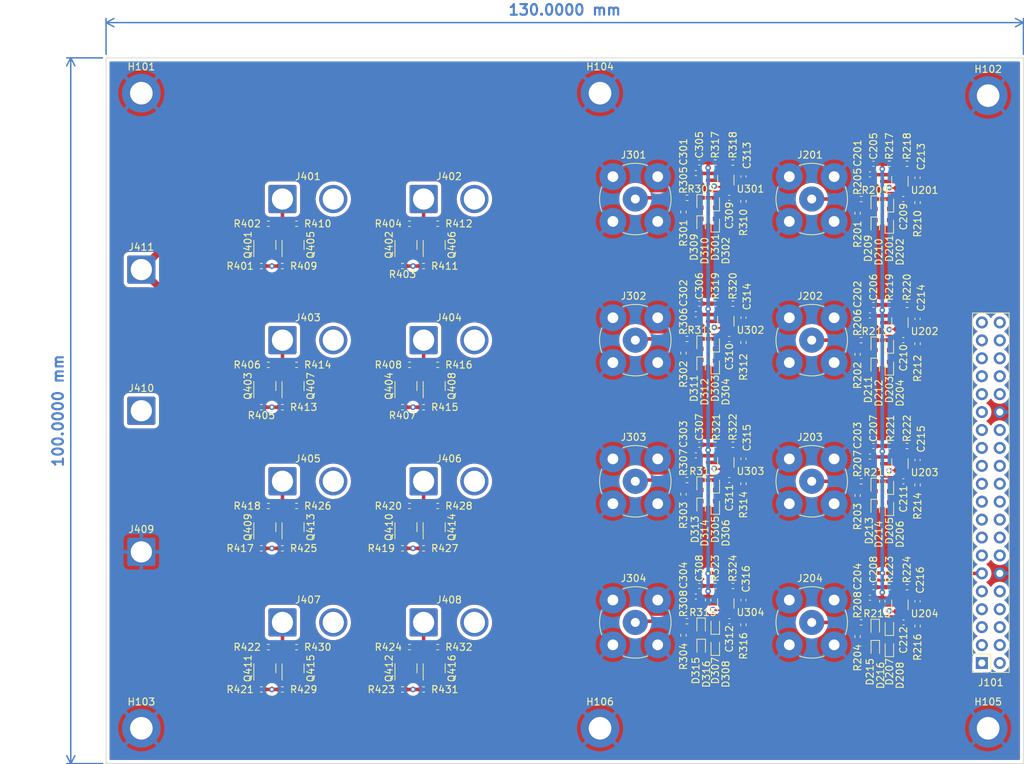
<source format=kicad_pcb>
(kicad_pcb (version 20211014) (generator pcbnew)
  (layers (0 "F.Cu" mixed) (1 "In1.Cu" signal) (2 "In2.Cu" mixed) (31 "B.Cu" mixed) (34 "B.Paste" user) (35 "F.Paste" user) (36 "B.SilkS" user "B.Silkscreen") (37 "F.SilkS" user "F.Silkscreen") (38 "B.Mask" user) (39 "F.Mask" user) (44 "Edge.Cuts" user))
  (net 0 "")
  (net 1 "GND")
  (net 2 "+5V")
  (net 3 "Net-(C209-Pad1)")
  (net 4 "Net-(C209-Pad2)")
  (net 5 "Net-(C210-Pad1)")
  (net 6 "Net-(C210-Pad2)")
  (net 7 "Net-(C211-Pad1)")
  (net 8 "Net-(C211-Pad2)")
  (net 9 "Net-(C212-Pad1)")
  (net 10 "Net-(C212-Pad2)")
  (net 11 "Net-(C213-Pad2)")
  (net 12 "Net-(C214-Pad2)")
  (net 13 "Net-(C215-Pad2)")
  (net 14 "Net-(C216-Pad2)")
  (net 15 "Net-(D201-Pad1)")
  (net 16 "Net-(D203-Pad1)")
  (net 17 "Net-(D205-Pad1)")
  (net 18 "Net-(D207-Pad1)")
  (net 19 "Net-(D209-Pad2)")
  (net 20 "Net-(D211-Pad2)")
  (net 21 "Net-(D213-Pad2)")
  (net 22 "Net-(D215-Pad2)")
  (net 23 "/IN0")
  (net 24 "/IN1")
  (net 25 "/IN2")
  (net 26 "/IN3")
  (net 31 "/OUT8")
  (net 33 "/OUT7")
  (net 35 "/OUT6")
  (net 37 "/OUT5")
  (net 39 "/OUT4")
  (net 41 "/OUT3")
  (net 43 "/OUT2")
  (net 45 "/OUT1")
  (net 47 "+3V3")
  (net 54 "Net-(J201-Pad1)")
  (net 55 "Net-(J202-Pad1)")
  (net 56 "Net-(J203-Pad1)")
  (net 57 "Net-(J204-Pad1)")
  (net 60 "Net-(C309-Pad1)")
  (net 61 "Net-(C309-Pad2)")
  (net 62 "Net-(C310-Pad1)")
  (net 63 "Net-(C310-Pad2)")
  (net 64 "Net-(C311-Pad1)")
  (net 65 "Net-(C311-Pad2)")
  (net 66 "Net-(C312-Pad1)")
  (net 67 "Net-(C312-Pad2)")
  (net 68 "Net-(C313-Pad2)")
  (net 69 "Net-(C314-Pad2)")
  (net 70 "Net-(C315-Pad2)")
  (net 71 "Net-(C316-Pad2)")
  (net 72 "Net-(D301-Pad1)")
  (net 73 "Net-(D303-Pad1)")
  (net 74 "Net-(D305-Pad1)")
  (net 75 "Net-(D307-Pad1)")
  (net 76 "Net-(D309-Pad2)")
  (net 77 "Net-(D311-Pad2)")
  (net 78 "Net-(D313-Pad2)")
  (net 79 "Net-(D315-Pad2)")
  (net 80 "Net-(J301-Pad1)")
  (net 81 "Net-(J302-Pad1)")
  (net 82 "Net-(J303-Pad1)")
  (net 83 "Net-(J304-Pad1)")
  (net 84 "/IN4")
  (net 85 "/IN5")
  (net 86 "/IN6")
  (net 87 "/IN7")
  (net 88 "Net-(J401-Pad1)")
  (net 89 "Net-(J402-Pad1)")
  (net 90 "Net-(J403-Pad1)")
  (net 91 "Net-(J404-Pad1)")
  (net 92 "Net-(J405-Pad1)")
  (net 93 "Net-(J406-Pad1)")
  (net 94 "Net-(J407-Pad1)")
  (net 95 "Net-(J408-Pad1)")
  (net 96 "Earth_Clean")
  (net 97 "VDC")
  (net 98 "Net-(Q401-Pad1)")
  (net 99 "Net-(Q402-Pad1)")
  (net 100 "Net-(Q403-Pad1)")
  (net 101 "Net-(Q404-Pad1)")
  (net 102 "Net-(Q405-Pad1)")
  (net 103 "Net-(Q406-Pad1)")
  (net 104 "Net-(Q407-Pad1)")
  (net 105 "Net-(Q408-Pad1)")
  (net 106 "Net-(Q409-Pad1)")
  (net 107 "Net-(Q410-Pad1)")
  (net 108 "Net-(Q411-Pad1)")
  (net 109 "Net-(Q412-Pad1)")
  (net 110 "Net-(Q413-Pad1)")
  (net 111 "Net-(Q414-Pad1)")
  (net 112 "Net-(Q415-Pad1)")
  (net 113 "Net-(Q416-Pad1)")
  (footprint "MountingHole:MountingHole_3.2mm_M3_ISO14580_Pad" (layer "F.Cu") (at 55 55)
    (fp_text reference "H101")
    (fp_text value "~")
  )
  (footprint "Diode_SMD:D_SOD-523" (layer "F.Cu") (at 136.335 70.525 90)
    (fp_text reference "D301")
    (fp_text value "1N4148WT")
  )
  (footprint "Resistor_SMD:R_0402_1005Metric" (layer "F.Cu") (at 74.99 79.5)
    (fp_text reference "R409")
    (fp_text value "1k")
  )
  (footprint "Connector_Wire:SolderWire-2.5sqmm_1x02_P7.2mm_D2.4mm_OD3.6mm" (layer "F.Cu") (at 95 110)
    (fp_text reference "J406")
    (fp_text value "OUT6")
  )
  (footprint "Package_TO_SOT_SMD:SOT-353_SC-70-5" (layer "F.Cu") (at 137.825 107.325 90)
    (fp_text reference "U303")
    (fp_text value "GS8743-CR")
  )
  (footprint "Resistor_SMD:R_0402_1005Metric" (layer "F.Cu") (at 72.01 119.5 180)
    (fp_text reference "R417")
    (fp_text value "1k")
  )
  (footprint "Connector_Wire:SolderWire-2.5sqmm_1x02_P7.2mm_D2.4mm_OD3.6mm" (layer "F.Cu") (at 95 70)
    (fp_text reference "J402")
    (fp_text value "OUT2")
  )
  (footprint "Capacitor_SMD:C_0402_1005Metric" (layer "F.Cu") (at 158.25 106.5)
    (fp_text reference "C203")
    (fp_text value "2µ2")
  )
  (footprint "Diode_SMD:D_SOD-523" (layer "F.Cu") (at 136.325 90.525 90)
    (fp_text reference "D303")
    (fp_text value "1N4148WT")
  )
  (footprint "Resistor_SMD:R_0402_1005Metric" (layer "F.Cu") (at 97 133.5 180)
    (fp_text reference "R432")
    (fp_text value "10k")
  )
  (footprint "Diode_SMD:D_SOD-523" (layer "F.Cu") (at 161 73.7 90)
    (fp_text reference "D202")
    (fp_text value "1N4148WT")
  )
  (footprint "Package_TO_SOT_SMD:SOT-353_SC-70-5" (layer "F.Cu") (at 137.825 127.325 90)
    (fp_text reference "U304")
    (fp_text value "GS8743-CR")
  )
  (footprint "Resistor_SMD:R_0402_1005Metric" (layer "F.Cu") (at 140.325 110.335 90)
    (fp_text reference "R314")
    (fp_text value "10k")
  )
  (footprint "Resistor_SMD:R_0402_1005Metric" (layer "F.Cu") (at 160 107 90)
    (fp_text reference "R213")
    (fp_text value "10k")
  )
  (footprint "Resistor_SMD:R_0402_1005Metric" (layer "F.Cu") (at 163.51 105 180)
    (fp_text reference "R222")
    (fp_text value "10k")
  )
  (footprint "Package_TO_SOT_SMD:SOT-23" (layer "F.Cu") (at 72.5 76.5 90)
    (fp_text reference "Q401")
    (fp_text value "BC860")
  )
  (footprint "Package_TO_SOT_SMD:SOT-23" (layer "F.Cu") (at 92.5 76.5 90)
    (fp_text reference "Q402")
    (fp_text value "BC860")
  )
  (footprint "Capacitor_SMD:C_0402_1005Metric" (layer "F.Cu") (at 158.75 85)
    (fp_text reference "C206")
    (fp_text value "100n")
  )
  (footprint "Connector_Wire:SolderWire-2.5sqmm_1x02_P7.2mm_D2.4mm_OD3.6mm" (layer "F.Cu") (at 75 130)
    (fp_text reference "J407")
    (fp_text value "OUT7")
  )
  (footprint "Connector_Wire:SolderWire-2.5sqmm_1x02_P7.2mm_D2.4mm_OD3.6mm" (layer "F.Cu") (at 95 130)
    (fp_text reference "J408")
    (fp_text value "OUT8")
  )
  (footprint "Resistor_SMD:R_0402_1005Metric" (layer "F.Cu") (at 74.99 99.5)
    (fp_text reference "R413")
    (fp_text value "1k")
  )
  (footprint "Capacitor_SMD:C_0402_1005Metric" (layer "F.Cu") (at 163.01 130)
    (fp_text reference "C212")
    (fp_text value "1p")
  )
  (footprint "Package_TO_SOT_SMD:SOT-23" (layer "F.Cu") (at 72.5 136.5 90)
    (fp_text reference "Q411")
    (fp_text value "BC860")
  )
  (footprint "Resistor_SMD:R_0402_1005Metric" (layer "F.Cu") (at 160 87 90)
    (fp_text reference "R211")
    (fp_text value "10k")
  )
  (footprint "Resistor_SMD:R_0402_1005Metric" (layer "F.Cu") (at 132.325 129.825)
    (fp_text reference "R308")
    (fp_text value "10k")
  )
  (footprint "Resistor_SMD:R_0402_1005Metric" (layer "F.Cu") (at 73 93.5 180)
    (fp_text reference "R406")
    (fp_text value "10k")
  )
  (footprint "Resistor_SMD:R_0402_1005Metric" (layer "F.Cu") (at 77 73.5 180)
    (fp_text reference "R410")
    (fp_text value "10k")
  )
  (footprint "Capacitor_SMD:C_0402_1005Metric" (layer "F.Cu") (at 138.305 69.825)
    (fp_text reference "C309")
    (fp_text value "1p")
  )
  (footprint "Resistor_SMD:R_0402_1005Metric" (layer "F.Cu") (at 93 93.5 180)
    (fp_text reference "R408")
    (fp_text value "10k")
  )
  (footprint "Resistor_SMD:R_0402_1005Metric" (layer "F.Cu") (at 138.835 84.825 180)
    (fp_text reference "R320")
    (fp_text value "10k")
  )
  (footprint "Resistor_SMD:R_0402_1005Metric" (layer "F.Cu") (at 94.99 79.5)
    (fp_text reference "R411")
    (fp_text value "1k")
  )
  (footprint "Resistor_SMD:R_0402_1005Metric" (layer "F.Cu") (at 132.335 109.825)
    (fp_text reference "R307")
    (fp_text value "10k")
  )
  (footprint "Diode_SMD:D_SOD-523" (layer "F.Cu") (at 159 110.7 -90)
    (fp_text reference "D213")
    (fp_text value "1N4148WT")
  )
  (footprint "Resistor_SMD:R_0402_1005Metric" (layer "F.Cu") (at 157 90)
    (fp_text reference "R206")
    (fp_text value "10k")
  )
  (footprint "Resistor_SMD:R_0402_1005Metric" (layer "F.Cu") (at 140.325 70.335 90)
    (fp_text reference "R310")
    (fp_text value "10k")
  )
  (footprint "Diode_SMD:D_SOD-523" (layer "F.Cu") (at 136.325 93.625 90)
    (fp_text reference "D304")
    (fp_text value "1N4148WT")
  )
  (footprint "Package_TO_SOT_SMD:SOT-23" (layer "F.Cu") (at 92.5 136.5 90)
    (fp_text reference "Q412")
    (fp_text value "BC860")
  )
  (footprint "Connector_Wire:SolderWire-2.5sqmm_1x01_D2.4mm_OD3.6mm" (layer "F.Cu") (at 55 80)
    (fp_text reference "J411")
    (fp_text value "PWR")
  )
  (footprint "Diode_SMD:D_SOD-523" (layer "F.Cu") (at 134.325 110.525 -90)
    (fp_text reference "D313")
    (fp_text value "1N4148WT")
  )
  (footprint "eurovibes:LOGO" (layer "F.Cu") (at 174 64)
    (fp_text reference "G1" hide)
    (fp_text value "LOGO" hide)
  )
  (footprint "Resistor_SMD:R_0402_1005Metric" (layer "F.Cu") (at 72.01 99.5 180)
    (fp_text reference "R405")
    (fp_text value "1k")
  )
  (footprint "Resistor_SMD:R_0402_1005Metric" (layer "F.Cu") (at 138.835 104.825 180)
    (fp_text reference "R322")
    (fp_text value "10k")
  )
  (footprint "Resistor_SMD:R_0402_1005Metric" (layer "F.Cu") (at 74.99 119.5)
    (fp_text reference "R425")
    (fp_text value "1k")
  )
  (footprint "Resistor_SMD:R_0402_1005Metric" (layer "F.Cu") (at 157.01 110)
    (fp_text reference "R207")
    (fp_text value "10k")
  )
  (footprint "Resistor_SMD:R_0402_1005Metric" (layer "F.Cu") (at 131.825 71.835 -90)
    (fp_text reference "R301")
    (fp_text value "1M")
  )
  (footprint "Diode_SMD:D_SOD-523" (layer "F.Cu") (at 159 93.7 -90)
    (fp_text reference "D212")
    (fp_text value "1N4148WT")
  )
  (footprint "Diode_SMD:D_SOD-523" (layer "F.Cu") (at 134.325 130.525 -90)
    (fp_text reference "D315")
    (fp_text value "1N4148WT")
  )
  (footprint "Resistor_SMD:R_0402_1005Metric" (layer "F.Cu") (at 136.325 64.825 180)
    (fp_text reference "R317")
    (fp_text value "10k")
  )
  (footprint "Resistor_SMD:R_0402_1005Metric" (layer "F.Cu") (at 156.5 132 -90)
    (fp_text reference "R204")
    (fp_text value "1M")
  )
  (footprint "Capacitor_SMD:C_0402_1005Metric" (layer "F.Cu") (at 165 86.98 90)
    (fp_text reference "C214")
    (fp_text value "100n")
  )
  (footprint "Resistor_SMD:R_0402_1005Metric" (layer "F.Cu") (at 136.325 104.825 180)
    (fp_text reference "R321")
    (fp_text value "10k")
  )
  (footprint "Capacitor_SMD:C_0402_1005Metric" (layer "F.Cu") (at 133.575 86.325)
    (fp_text reference "C302")
    (fp_text value "2µ2")
  )
  (footprint "Connector_Coaxial:BNC_TEConnectivity_1478204_Vertical" (layer "F.Cu") (at 125 130)
    (fp_text reference "J304")
    (fp_text value "Conn_Coaxial")
  )
  (footprint "Diode_SMD:D_SOD-523" (layer "F.Cu") (at 161 93.8 90)
    (fp_text reference "D204")
    (fp_text value "1N4148WT")
  )
  (footprint "Connector_Coaxial:BNC_TEConnectivity_1478204_Vertical" (layer "F.Cu") (at 150 130)
    (fp_text reference "J204")
    (fp_text value "Conn_Coaxial")
  )
  (footprint "Capacitor_SMD:C_0402_1005Metric" (layer "F.Cu") (at 134.075 84.825)
    (fp_text reference "C306")
    (fp_text value "100n")
  )
  (footprint "Connector_Wire:SolderWire-2.5sqmm_1x02_P7.2mm_D2.4mm_OD3.6mm" (layer "F.Cu") (at 75 70)
    (fp_text reference "J401")
    (fp_text value "OUT1")
  )
  (footprint "Diode_SMD:D_SOD-523" (layer "F.Cu") (at 136.335 133.525 90)
    (fp_text reference "D308")
    (fp_text value "1N4148WT")
  )
  (footprint "Resistor_SMD:R_0402_1005Metric" (layer "F.Cu") (at 140.325 130.335 90)
    (fp_text reference "R316")
    (fp_text value "10k")
  )
  (footprint "Resistor_SMD:R_0402_1005Metric" (layer "F.Cu") (at 77 133.5 180)
    (fp_text reference "R430")
    (fp_text value "10k")
  )
  (footprint "Resistor_SMD:R_0402_1005Metric" (layer "F.Cu") (at 92.01 79.5 180)
    (fp_text reference "R403")
    (fp_text value "1k")
  )
  (footprint "Resistor_SMD:R_0402_1005Metric" (layer "F.Cu") (at 77 93.5 180)
    (fp_text reference "R414")
    (fp_text value "10k")
  )
  (footprint "Diode_SMD:D_SOD-523" (layer "F.Cu") (at 134.325 90.525 -90)
    (fp_text reference "D311")
    (fp_text value "1N4148WT")
  )
  (footprint "Resistor_SMD:R_0402_1005Metric" (layer "F.Cu") (at 136.325 84.825 180)
    (fp_text reference "R319")
    (fp_text value "10k")
  )
  (footprint "Resistor_SMD:R_0402_1005Metric" (layer "F.Cu") (at 156.5 92.01 -90)
    (fp_text reference "R202")
    (fp_text value "1M")
  )
  (footprint "Capacitor_SMD:C_0402_1005Metric" (layer "F.Cu") (at 140.325 66.805 90)
    (fp_text reference "C313")
    (fp_text value "100n")
  )
  (footprint "Connector_Wire:SolderWire-2.5sqmm_1x02_P7.2mm_D2.4mm_OD3.6mm" (layer "F.Cu") (at 75 110)
    (fp_text reference "J405")
    (fp_text value "OUT5")
  )
  (footprint "Capacitor_SMD:C_0402_1005Metric" (layer "F.Cu") (at 162.98 90)
    (fp_text reference "C210")
    (fp_text value "1p")
  )
  (footprint "Resistor_SMD:R_0402_1005Metric" (layer "F.Cu") (at 72.01 79.5 180)
    (fp_text reference "R401")
    (fp_text value "1k")
  )
  (footprint "Resistor_SMD:R_0402_1005Metric" (layer "F.Cu") (at 93 133.5 180)
    (fp_text reference "R424")
    (fp_text value "10k")
  )
  (footprint "Capacitor_SMD:C_0402_1005Metric" (layer "F.Cu") (at 158.75 125)
    (fp_text reference "C208")
    (fp_text value "100n")
  )
  (footprint "Resistor_SMD:R_0402_1005Metric" (layer "F.Cu") (at 163.51 65 180)
    (fp_text reference "R218")
    (fp_text value "10k")
  )
  (footprint "MountingHole:MountingHole_3.2mm_M3_ISO14580_Pad" (layer "F.Cu") (at 175 55.35)
    (fp_text reference "H102")
    (fp_text value "~")
  )
  (footprint "Capacitor_SMD:C_0402_1005Metric" (layer "F.Cu") (at 158.75 105)
    (fp_text reference "C207")
    (fp_text value "100n")
  )
  (footprint "Resistor_SMD:R_0402_1005Metric" (layer "F.Cu") (at 94.99 99.5)
    (fp_text reference "R415")
    (fp_text value "1k")
  )
  (footprint "Resistor_SMD:R_0402_1005Metric" (layer "F.Cu") (at 93 113.5 180)
    (fp_text reference "R420")
    (fp_text value "10k")
  )
  (footprint "Resistor_SMD:R_0402_1005Metric" (layer "F.Cu") (at 156.5 72.01 -90)
    (fp_text reference "R201")
    (fp_text value "1M")
  )
  (footprint "Resistor_SMD:R_0402_1005Metric" (layer "F.Cu") (at 135.325 66.825 90)
    (fp_text reference "R309")
    (fp_text value "10k")
  )
  (footprint "Resistor_SMD:R_0402_1005Metric" (layer "F.Cu") (at 97 73.5 180)
    (fp_text reference "R412")
    (fp_text value "10k")
  )
  (footprint "Resistor_SMD:R_0402_1005Metric" (layer "F.Cu") (at 131.825 111.835 -90)
    (fp_text reference "R303")
    (fp_text value "1M")
  )
  (footprint "Resistor_SMD:R_0402_1005Metric" (layer "F.Cu") (at 92.01 119.5 180)
    (fp_text reference "R419")
    (fp_text value "1k")
  )
  (footprint "Resistor_SMD:R_0402_1005Metric" (layer "F.Cu") (at 73 73.5 180)
    (fp_text reference "R402")
    (fp_text value "10k")
  )
  (footprint "Resistor_SMD:R_0402_1005Metric" (layer "F.Cu") (at 135.325 126.825 90)
    (fp_text reference "R315")
    (fp_text value "10k")
  )
  (footprint "Resistor_SMD:R_0402_1005Metric" (layer "F.Cu") (at 138.835 124.825 180)
    (fp_text reference "R324")
    (fp_text value "10k")
  )
  (footprint "Capacitor_SMD:C_0402_1005Metric" (layer "F.Cu") (at 134.075 104.825)
    (fp_text reference "C307")
    (fp_text value "100n")
  )
  (footprint "Connector_Coaxial:BNC_TEConnectivity_1478204_Vertical" (layer "F.Cu") (at 125 70)
    (fp_text reference "J301")
    (fp_text value "Conn_Coaxial")
  )
  (footprint "Diode_SMD:D_SOD-523" (layer "F.Cu") (at 161.01 70.7 90)
    (fp_text reference "D201")
    (fp_text value "1N4148WT")
  )
  (footprint "Resistor_SMD:R_0402_1005Metric" (layer "F.Cu") (at 161 85 180)
    (fp_text reference "R219")
    (fp_text value "10k")
  )
  (footprint "Resistor_SMD:R_0402_1005Metric" (layer "F.Cu") (at 73 113.5 180)
    (fp_text reference "R418")
    (fp_text value "10k")
  )
  (footprint "Resistor_SMD:R_0402_1005Metric" (layer "F.Cu") (at 132.325 89.825)
    (fp_text reference "R306")
    (fp_text value "10k")
  )
  (footprint "Diode_SMD:D_SOD-523" (layer "F.Cu") (at 134.325 70.525 -90)
    (fp_text reference "D309")
    (fp_text value "1N4148WT")
  )
  (footprint "Resistor_SMD:R_0402_1005Metric" (layer "F.Cu") (at 157.01 70)
    (fp_text reference "R205")
    (fp_text value "10k")
  )
  (footprint "Capacitor_SMD:C_0402_1005Metric" (layer "F.Cu") (at 162.98 70)
    (fp_text reference "C209")
    (fp_text value "1p")
  )
  (footprint "Diode_SMD:D_SOD-523" (layer "F.Cu") (at 159 90.7 -90)
    (fp_text reference "D211")
    (fp_text value "1N4148WT")
  )
  (footprint "Capacitor_SMD:C_0402_1005Metric" (layer "F.Cu") (at 138.305 109.825)
    (fp_text reference "C311")
    (fp_text value "1p")
  )
  (footprint "Package_TO_SOT_SMD:SOT-23" (layer "F.Cu") (at 96.5 76.5 90)
    (fp_text reference "Q406")
    (fp_text value "BC850")
  )
  (footprint "Resistor_SMD:R_0402_1005Metric" (layer "F.Cu") (at 140.325 90.335 90)
    (fp_text reference "R312")
    (fp_text value "10k")
  )
  (footprint "Capacitor_SMD:C_0402_1005Metric" (layer "F.Cu") (at 133.575 106.325)
    (fp_text reference "C303")
    (fp_text value "2µ2")
  )
  (footprint "Resistor_SMD:R_0402_1005Metric" (layer "F.Cu") (at 92.01 99.5 180)
    (fp_text reference "R407")
    (fp_text value "1k")
  )
  (footprint "Resistor_SMD:R_0402_1005Metric" (layer "F.Cu") (at 94.99 119.5)
    (fp_text reference "R427")
    (fp_text value "1k")
  )
  (footprint "Connector_Wire:SolderWire-2.5sqmm_1x02_P7.2mm_D2.4mm_OD3.6mm" (layer "F.Cu") (at 75 90)
    (fp_text reference "J403")
    (fp_text value "OUT3")
  )
  (footprint "Resistor_SMD:R_0402_1005Metric" (layer "F.Cu") (at 77 113.5 180)
    (fp_text reference "R426")
    (fp_text value "10k")
  )
  (footprint "Diode_SMD:D_SOD-523" (layer "F.Cu") (at 159.01 133.7 -90)
    (fp_text reference "D216")
    (fp_text value "1N4148WT")
  )
  (footprint "Diode_SMD:D_SOD-523" (layer "F.Cu") (at 134.325 73.525 -90)
    (fp_text reference "D310")
    (fp_text value "1N4148WT")
  )
  (footprint "Diode_SMD:D_SOD-523" (layer "F.Cu") (at 161.01 113.7 90)
    (fp_text reference "D206")
    (fp_text value "1N4148WT")
  )
  (footprint "Package_TO_SOT_SMD:SOT-353_SC-70-5" (layer "F.Cu") (at 162.5 127.5 90)
    (fp_text reference "U204")
    (fp_text value "GS8743-CR")
  )
  (footprint "Resistor_SMD:R_0402_1005Metric" (layer "F.Cu") (at 94.99 139.5)
    (fp_text reference "R431")
    (fp_text value "1k")
  )
  (footprint "Resistor_SMD:R_0402_1005Metric" (layer "F.Cu") (at 135.325 106.825 90)
    (fp_text reference "R313")
    (fp_text value "10k")
  )
  (footprint "Capacitor_SMD:C_0402_1005Metric" (layer "F.Cu") (at 140.325 86.805 90)
    (fp_text reference "C314")
    (fp_text value "100n")
  )
  (footprint "Diode_SMD:D_SOD-523" (layer "F.Cu") (at 136.335 130.525 90)
    (fp_text reference "D307")
    (fp_text value "1N4148WT")
  )
  (footprint "Connector_Wire:SolderWire-2.5sqmm_1x01_D2.4mm_OD3.6mm" (layer "F.Cu") (at 55 100)
    (fp_text reference "J410")
    (fp_text value "Shield")
  )
  (footprint "Diode_SMD:D_SOD-523" (layer "F.Cu") (at 134.335 133.525 -90)
    (fp_text reference "D316")
    (fp_text value "1N4148WT")
  )
  (footprint "Resistor_SMD:R_0402_1005Metric" (layer "F.Cu") (at 131.825 131.825 -90)
    (fp_text reference "R304")
    (fp_text value "1M")
  )
  (footprint "Resistor_SMD:R_0402_1005Metric" (layer "F.Cu") (at 160 67 90)
    (fp_text reference "R209")
    (fp_text value "10k")
  )
  (footprint "Capacitor_SMD:C_0402_1005Metric" (layer "F.Cu") (at 133.575 66.325)
    (fp_text reference "C301")
    (fp_text value "2µ2")
  )
  (footprint "Diode_SMD:D_SOD-523" (layer "F.Cu") (at 134.325 113.525 -90)
    (fp_text reference "D314")
    (fp_text value "1N4148WT")
  )
  (footprint "Resistor_SMD:R_0402_1005Metric" (layer "F.Cu") (at 72.01 139.5 180)
    (fp_text reference "R421")
    (fp_text value "1k")
  )
  (footprint "Capacitor_SMD:C_0402_1005Metric" (layer "F.Cu") (at 165 127 90)
    (fp_text reference "C216")
    (fp_text value "100n")
  )
  (footprint "Resistor_SMD:R_0402_1005Metric" (layer "F.Cu") (at 161 105 180)
    (fp_text reference "R221")
    (fp_text value "10k")
  )
  (footprint "Package_TO_SOT_SMD:SOT-23" (layer "F.Cu") (at 92.5 96.5 90)
    (fp_text reference "Q404")
    (fp_text value "BC860")
  )
  (footprint "Capacitor_SMD:C_0402_1005Metric" (layer "F.Cu") (at 165 106.98 90)
    (fp_text reference "C215")
    (fp_text value "100n")
  )
  (footprint "Connector_Coaxial:BNC_TEConnectivity_1478204_Vertical" (layer "F.Cu") (at 150 90)
    (fp_text reference "J202")
    (fp_text value "Conn_Coaxial")
  )
  (footprint "Resistor_SMD:R_0402_1005Metric" (layer "F.Cu") (at 136.325 124.825 180)
    (fp_text reference "R323")
    (fp_text value "10k")
  )
  (footprint "Package_TO_SOT_SMD:SOT-23" (layer "F.Cu") (at 76.5 96.5 90)
    (fp_text reference "Q407")
    (fp_text value "BC850")
  )
  (footprint "Connector_PinSocket_2.54mm:PinSocket_2x20_P2.54mm_Vertical" (layer "F.Cu") (at 174.11 135.75 180)
    (fp_text reference "J101")
    (fp_text value "GPIO0")
  )
  (footprint "Package_TO_SOT_SMD:SOT-23" (layer "F.Cu") (at 96.5 136.5 90)
    (fp_text reference "Q416")
    (fp_text value "BC850")
  )
  (footprint "Resistor_SMD:R_0402_1005Metric" (layer "F.Cu") (at 97 93.5 180)
    (fp_text reference "R416")
    (fp_text value "10k")
  )
  (footprint "Diode_SMD:D_SOD-523" (layer "F.Cu") (at 159 73.7 -90)
    (fp_text reference "D210")
    (fp_text value "1N4148WT")
  )
  (footprint "Capacitor_SMD:C_0402_1005Metric" (layer "F.Cu") (at 158.25 66.5)
    (fp_text reference "C201")
    (fp_text value "2µ2")
  )
  (footprint "Resistor_SMD:R_0402_1005Metric" (layer "F.Cu") (at 165 130.51 90)
    (fp_text reference "R216")
    (fp_text value "10k")
  )
  (footprint "Resistor_SMD:R_0402_1005Metric" (layer "F.Cu") (at 161 125 180)
    (fp_text reference "R223")
    (fp_text value "10k")
  )
  (footprint "Capacitor_SMD:C_0402_1005Metric" (layer "F.Cu") (at 140.325 106.805 90)
    (fp_text reference "C315")
    (fp_text value "100n")
  )
  (footprint "Resistor_SMD:R_0402_1005Metric" (layer "F.Cu") (at 131.825 91.835 -90)
    (fp_text reference "R302")
    (fp_text value "1M")
  )
  (footprint "Diode_SMD:D_SOD-523" (layer "F.Cu") (at 159 130.7 -90)
    (fp_text reference "D215")
    (fp_text value "1N4148WT")
  )
  (footprint "Capacitor_SMD:C_0402_1005Metric" (layer "F.Cu") (at 140.325 126.825 90)
    (fp_text reference "C316")
    (fp_text value "100n")
  )
  (footprint "Resistor_SMD:R_0402_1005Metric" (layer "F.Cu") (at 73 133.5 180)
    (fp_text reference "R422")
    (fp_text value "10k")
  )
  (footprint "Resistor_SMD:R_0402_1005Metric" (layer "F.Cu") (at 163.51 85 180)
    (fp_text reference "R220")
    (fp_text value "10k")
  )
  (footprint "Capacitor_SMD:C_0402_1005Metric" (layer "F.Cu") (at 158.25 86.5)
    (fp_text reference "C202")
    (fp_text value "2µ2")
  )
  (footprint "Resistor_SMD:R_0402_1005Metric" (layer "F.Cu") (at 97 113.5 180)
    (fp_text reference "R428")
    (fp_text value "10k")
  )
  (footprint "Package_TO_SOT_SMD:SOT-23" (layer "F.Cu") (at 72.5 116.5 90)
    (fp_text reference "Q409")
    (fp_text value "BC860")
  )
  (footprint "Package_TO_SOT_SMD:SOT-353_SC-70-5" (layer "F.Cu") (at 162.5 67.5 90)
    (fp_text reference "U201")
    (fp_text value "GS8743-CR")
  )
  (footprint "MountingHole:MountingHole_3.2mm_M3_ISO14580_Pad" (layer "F.Cu") (at 175 145)
    (fp_text reference "H105")
    (fp_text value "~")
  )
  (footprint "Capacitor_SMD:C_0402_1005Metric" (layer "F.Cu") (at 138.335 129.825)
    (fp_text reference "C312")
    (fp_text value "1p")
  )
  (footprint "Package_TO_SOT_SMD:SOT-23" (layer "F.Cu") (at 72.5 96.5 90)
    (fp_text reference "Q403")
    (fp_text value "BC860")
  )
  (footprint "Resistor_SMD:R_0402_1005Metric" (layer "F.Cu") (at 157 130)
    (fp_text reference "R208")
    (fp_text value "10k")
  )
  (footprint "Diode_SMD:D_SOD-523" (layer "F.Cu") (at 134.325 93.525 -90)
    (fp_text reference "D312")
    (fp_text value "1N4148WT")
  )
  (footprint "MountingHole:MountingHole_3.2mm_M3_ISO14580_Pad" (layer "F.Cu") (at 120 145)
    (fp_text reference "H106")
    (fp_text value "~")
  )
  (footprint "Package_TO_SOT_SMD:SOT-23" (layer "F.Cu") (at 76.5 116.5 90)
    (fp_text reference "Q413")
    (fp_text value "BC850")
  )
  (footprint "Connector_Wire:SolderWire-2.5sqmm_1x02_P7.2mm_D2.4mm_OD3.6mm" (layer "F.Cu") (at 95 90)
    (fp_text reference "J404")
    (fp_text value "OUT4")
  )
  (footprint "Diode_SMD:D_SOD-523" (layer "F.Cu") (at 161 90.7 90)
    (fp_text reference "D203")
    (fp_text value "1N4148WT")
  )
  (footprint "Capacitor_SMD:C_0402_1005Metric" (layer "F.Cu") (at 162.98 110)
    (fp_text reference "C211")
    (fp_text value "1p")
  )
  (footprint "Connector_Coaxial:BNC_TEConnectivity_1478204_Vertical" (layer "F.Cu") (at 125 90)
    (fp_text reference "J302")
    (fp_text value "Conn_Coaxial")
  )
  (footprint "Package_TO_SOT_SMD:SOT-23" (layer "F.Cu") (at 76.5 136.5 90)
    (fp_text reference "Q415")
    (fp_text value "BC850")
  )
  (footprint "Resistor_SMD:R_0402_1005Metric" (layer "F.Cu") (at 93 73.5 180)
    (fp_text reference "R404")
    (fp_text value "10k")
  )
  (footprint "Package_TO_SOT_SMD:SOT-353_SC-70-5" (layer "F.Cu") (at 162.5 87.5 90)
    (fp_text reference "U202")
    (fp_text value "GS8743-CR")
  )
  (footprint "Package_TO_SOT_SMD:SOT-23" (layer "F.Cu") (at 96.5 96.5 90)
    (fp_text reference "Q408")
    (fp_text value "BC850")
  )
  (footprint "Resistor_SMD:R_0402_1005Metric" (layer "F.Cu") (at 161 65 180)
    (fp_text reference "R217")
    (fp_text value "10k")
  )
  (footprint "Resistor_SMD:R_0402_1005Metric" (layer "F.Cu") (at 135.325 86.825 90)
    (fp_text reference "R311")
    (fp_text value "10k")
  )
  (footprint "Capacitor_SMD:C_0402_1005Metric" (layer "F.Cu") (at 134.075 124.825)
    (fp_text reference "C308")
    (fp_text value "100n")
  )
  (footprint "Package_TO_SOT_SMD:SOT-353_SC-70-5" (layer "F.Cu") (at 137.825 87.325 90)
    (fp_text reference "U302")
    (fp_text value "GS8743-CR")
  )
  (footprint "Package_TO_SOT_SMD:SOT-23" (layer "F.Cu") (at 76.5 76.5 90)
    (fp_text reference "Q405")
    (fp_text value "BC850")
  )
  (footprint "Resistor_SMD:R_0402_1005Metric" (layer "F.Cu") (at 92.01 139.5 180)
    (fp_text reference "R423")
    (fp_text value "1k")
  )
  (footprint "Diode_SMD:D_SOD-523" (layer "F.Cu") (at 136.335 113.525 90)
    (fp_text reference "D306")
    (fp_text value "1N4148WT")
  )
  (footprint "Capacitor_SMD:C_0402_1005Metric" (layer "F.Cu") (at 138.305 89.825)
    (fp_text reference "C310")
    (fp_text value "1p")
  )
  (footprint "Connector_Coaxial:BNC_TEConnectivity_1478204_Vertical" (layer "F.Cu") (at 125 110)
    (fp_text reference "J303")
    (fp_text value "Conn_Coaxial")
  )
  (footprint "Resistor_SMD:R_0402_1005Metric" (layer "F.Cu") (at 132.335 69.825)
    (fp_text reference "R305")
    (fp_text value "10k")
  )
  (footprint "Resistor_SMD:R_0402_1005Metric" (layer "F.Cu") (at 138.835 64.825 180)
    (fp_text reference "R318")
    (fp_text value "10k")
  )
  (footprint "Connector_Coaxial:BNC_TEConnectivity_1478204_Vertical" (layer "F.Cu") (at 150 70)
    (fp_text reference "J201")
    (fp_text value "Conn_Coaxial")
  )
  (footprint "Capacitor_SMD:C_0402_1005Metric" (layer "F.Cu") (at 133.575 126.325)
    (fp_text reference "C304")
    (fp_text value "2µ2")
  )
  (footprint "Connector_Coaxial:BNC_TEConnectivity_1478204_Vertical" (layer "F.Cu") (at 150 110)
    (fp_text reference "J203")
    (fp_text value "Conn_Coaxial")
  )
  (footprint "Diode_SMD:D_SOD-523" (layer "F.Cu") (at 136.325 73.525 90)
    (fp_text reference "D302")
    (fp_text value "1N4148WT")
  )
  (footprint "MountingHole:MountingHole_3.2mm_M3_ISO14580_Pad" (layer "F.Cu") (at 120 55)
    (fp_text reference "H104")
    (fp_text value "~")
  )
  (footprint "Resistor_SMD:R_0402_1005Metric" (layer "F.Cu") (at 165 90.51 90)
    (fp_text reference "R212")
    (fp_text value "10k")
  )
  (footprint "Capacitor_SMD:C_0402_1005Metric" (layer "F.Cu") (at 134.075 64.825)
    (fp_text reference "C305")
    (fp_text value "100n")
  )
  (footprint "Package_TO_SOT_SMD:SOT-353_SC-70-5" (layer "F.Cu") (at 162.5 107.5 90)
    (fp_text reference "U203")
    (fp_text value "GS8743-CR")
  )
  (footprint "Diode_SMD:D_SOD-523" (layer "F.Cu") (at 159 113.7 -90)
    (fp_text reference "D214")
    (fp_text value "1N4148WT")
  )
  (footprint "Diode_SMD:D_SOD-523" (layer "F.Cu") (at 159 70.7 -90)
    (fp_text reference "D209")
    (fp_text value "1N4148WT")
  )
  (footprint "Resistor_SMD:R_0402_1005Metric" (layer "F.Cu") (at 165 70.51 90)
    (fp_text reference "R210")
    (fp_text value "10k")
  )
  (footprint "Package_TO_SOT_SMD:SOT-353_SC-70-5" (layer "F.Cu") (at 137.825 67.325 90)
    (fp_text reference "U301")
    (fp_text value "GS8743-CR")
  )
  (footprint "Capacitor_SMD:C_0402_1005Metric" (layer "F.Cu") (at 158.25 126.5)
    (fp_text reference "C204")
    (fp_text value "2µ2")
  )
  (footprint "Capacitor_SMD:C_0402_1005Metric" (layer "F.Cu") (at 158.75 65)
    (fp_text reference "C205")
    (fp_text value "100n")
  )
  (footprint "Package_TO_SOT_SMD:SOT-23" (layer "F.Cu") (at 96.5 116.5 90)
    (fp_text reference "Q414")
    (fp_text value "BC850")
  )
  (footprint "Capacitor_SMD:C_0402_1005Metric" (layer "F.Cu") (at 165 66.98 90)
    (fp_text reference "C213")
    (fp_text value "100n")
  )
  (footprint "Diode_SMD:D_SOD-523" (layer "F.Cu") (at 136.335 110.525 90)
    (fp_text reference "D305")
    (fp_text value "1N4148WT")
  )
  (footprint "Resistor_SMD:R_0402_1005Metric" (layer "F.Cu") (at 156.5 112.01 -90)
    (fp_text reference "R203")
    (fp_text value "1M")
  )
  (footprint "Diode_SMD:D_SOD-523" (layer "F.Cu") (at 161.01 130.7 90)
    (fp_text reference "D207")
    (fp_text value "1N4148WT")
  )
  (footprint "Resistor_SMD:R_0402_1005Metric" (layer "F.Cu") (at 163.51 125 180)
    (fp_text reference "R224")
    (fp_text value "10k")
  )
  (footprint "Connector_Wire:SolderWire-2.5sqmm_1x01_D2.4mm_OD3.6mm" (layer "F.Cu") (at 55 120)
    (fp_text reference "J409")
    (fp_text value "GND")
  )
  (footprint "Resistor_SMD:R_0402_1005Metric" (layer "F.Cu") (at 160 127 90)
    (fp_text reference "R215")
    (fp_text value "10k")
  )
  (footprint "Diode_SMD:D_SOD-523" (layer "F.Cu") (at 161.01 110.7 90)
    (fp_text reference "D205")
    (fp_text value "1N4148WT")
  )
  (footprint "Diode_SMD:D_SOD-523" (layer "F.Cu") (at 161.01 133.7 90)
    (fp_text reference "D208")
    (fp_text value "1N4148WT")
  )
  (footprint "MountingHole:MountingHole_3.2mm_M3_ISO14580_Pad" (layer "F.Cu") (at 55 145)
    (fp_text reference "H103")
    (fp_text value "~")
  )
  (footprint "Resistor_SMD:R_0402_1005Metric" (layer "F.Cu") (at 74.99 139.5)
    (fp_text reference "R429")
    (fp_text value "1k")
  )
  (footprint "Package_TO_SOT_SMD:SOT-23" (layer "F.Cu") (at 92.5 116.5 90)
    (fp_text reference "Q410")
    (fp_text value "BC860")
  )
  (footprint "Resistor_SMD:R_0402_1005Metric" (layer "F.Cu") (at 165 110.51 90)
    (fp_text reference "R214")
    (fp_text value "10k")
  )
  (gr_line (start 50 150) (end 180 150) (layer "Edge.Cuts") (width 0.1))
  (gr_line (start 180 50) (end 50 50) (layer "Edge.Cuts") (width 0.1))
  (gr_line (start 50 50) (end 50 150) (layer "Edge.Cuts") (width 0.1))
  (gr_line (start 180 150) (end 180 50) (layer "Edge.Cuts") (width 0.1))
  (gr_text "DE0-nano-SoC Latencybox\nv0.1" (at 147 54) (layer "F.Cu") (effects (font (size 1.5 1.5) (thickness 0.3))))
  (dimension (type aligned) (layer "B.Cu") (pts (xy 50 50) (xy 180 50)) (height -5) (gr_text "130,0000 mm" (at 115 43.2) (layer "B.Cu") (effects (font (size 1.5 1.5) (thickness 0.3)))) (format (units 3) (units_format 1) (precision 4)) (style (thickness 0.2) (arrow_length 1.27) (text_position_mode 0) (extension_height 0.58642) (extension_offset 0.5) keep_text_aligned))
  (dimension (type aligned) (layer "B.Cu") (pts (xy 50 150) (xy 50 50)) (height -5) (gr_text "100,0000 mm" (at 43.2 100 90) (layer "B.Cu") (effects (font (size 1.5 1.5) (thickness 0.3)))) (format (units 3) (units_format 1) (precision 4)) (style (thickness 0.2) (arrow_length 1.27) (text_position_mode 0) (extension_height 0.58642) (extension_offset 0.5) keep_text_aligned))
  (segment (start 160.099511 129.099511) (end 157.77 126.77) (width 0.25) (layer "F.Cu") (net 1))
  (segment (start 137.49452 89.18048) (end 135.94355 89.18048) (width 0.25) (layer "F.Cu") (net 1))
  (segment (start 133.095 126.595) (end 133.095 126.325) (width 0.25) (layer "F.Cu") (net 1))
  (segment (start 162.425489 129.099511) (end 160.099511 129.099511) (width 0.25) (layer "F.Cu") (net 1))
  (segment (start 137.825 128.275) (end 137.825 128.85) (width 0.25) (layer "F.Cu") (net 1))
  (segment (start 157.77 86.50693) (end 157.77 86.5) (width 0.25) (layer "F.Cu") (net 1))
  (segment (start 137.825 108.275) (end 137.825 108.85) (width 0.25) (layer "F.Cu") (net 1))
  (segment (start 162.5 109.025) (end 162.149511 109.375489) (width 0.25) (layer "F.Cu") (net 1))
  (segment (start 159.875489 109.375489) (end 157.77 107.27) (width 0.25) (layer "F.Cu") (net 1))
  (segment (start 137.825 88.85) (end 137.49452 89.18048) (width 0.25) (layer "F.Cu") (net 1))
  (segment (start 162.149511 109.375489) (end 159.875489 109.375489) (width 0.25) (layer "F.Cu") (net 1))
  (segment (start 137.750489 68.924511) (end 135.687581 68.924511) (width 0.25) (layer "F.Cu") (net 1))
  (segment (start 160.362581 69.099511) (end 157.77 66.50693) (width 0.25) (layer "F.Cu") (net 1))
  (segment (start 137.825 108.85) (end 137.474511 109.200489) (width 0.25) (layer "F.Cu") (net 1))
  (segment (start 133.095 107.095) (end 133.095 106.325) (width 0.25) (layer "F.Cu") (net 1))
  (segment (start 135.424511 128.924511) (end 133.095 126.595) (width 0.25) (layer "F.Cu") (net 1))
  (segment (start 162.16952 89.35548) (end 160.61855 89.35548) (width 0.25) (layer "F.Cu") (net 1))
  (segment (start 157.77 126.77) (end 157.77 126.5) (width 0.25) (layer "F.Cu") (net 1))
  (segment (start 137.825 68.85) (end 137.750489 68.924511) (width 0.25) (layer "F.Cu") (net 1))
  (segment (start 137.825 88.275) (end 137.825 88.85) (width 0.25) (layer "F.Cu") (net 1))
  (segment (start 160.61855 89.35548) (end 157.77 86.50693) (width 0.25) (layer "F.Cu") (net 1))
  (segment (start 162.5 88.45) (end 162.5 89.025) (width 0.25) (layer "F.Cu") (net 1))
  (segment (start 162.5 89.025) (end 162.16952 89.35548) (width 0.25) (layer "F.Cu") (net 1))
  (segment (start 135.687581 68.924511) (end 133.095 66.33193) (width 0.25) (layer "F.Cu") (net 1))
  (segment (start 162.5 128.45) (end 162.5 129.025) (width 0.25) (layer "F.Cu") (net 1))
  (segment (start 162.5 108.45) (end 162.5 109.025) (width 0.25) (layer "F.Cu") (net 1))
  (segment (start 135.94355 89.18048) (end 133.095 86.33193) (width 0.25) (layer "F.Cu") (net 1))
  (segment (start 162.5 69.025) (end 162.425489 69.099511) (width 0.25) (layer "F.Cu") (net 1))
  (segment (start 157.77 66.50693) (end 157.77 66.5) (width 0.25) (layer "F.Cu") (net 1))
  (segment (start 162.425489 69.099511) (end 160.362581 69.099511) (width 0.25) (layer "F.Cu") (net 1))
  (segment (start 162.5 129.025) (end 162.425489 129.099511) (width 0.25) (layer "F.Cu") (net 1))
  (segment (start 137.750489 128.924511) (end 135.424511 128.924511) (width 0.25) (layer "F.Cu") (net 1))
  (segment (start 137.825 68.275) (end 137.825 68.85) (width 0.25) (layer "F.Cu") (net 1))
  (segment (start 162.5 68.45) (end 162.5 69.025) (width 0.25) (layer "F.Cu") (net 1))
  (segment (start 157.77 107.27) (end 157.77 106.5) (width 0.25) (layer "F.Cu") (net 1))
  (segment (start 137.825 128.85) (end 137.750489 128.924511) (width 0.25) (layer "F.Cu") (net 1))
  (segment (start 135.200489 109.200489) (end 133.095 107.095) (width 0.25) (layer "F.Cu") (net 1))
  (segment (start 133.095 66.33193) (end 133.095 66.325) (width 0.25) (layer "F.Cu") (net 1))
  (segment (start 133.095 86.33193) (end 133.095 86.325) (width 0.25) (layer "F.Cu") (net 1))
  (segment (start 137.474511 109.200489) (end 135.200489 109.200489) (width 0.25) (layer "F.Cu") (net 1))
  (segment (start 134.105 106.375) (end 134.055 106.325) (width 0.5) (layer "F.Cu") (net 2))
  (segment (start 160 126.49) (end 158.74 126.49) (width 0.5) (layer "F.Cu") (net 2))
  (segment (start 160 65.75) (end 160 65) (width 0.5) (layer "F.Cu") (net 2))
  (segment (start 160.05 123.05) (end 160 123) (width 0.5) (layer "F.Cu") (net 2))
  (segment (start 160 105.75) (end 160 105) (width 0.5) (layer "F.Cu") (net 2))
  (segment (start 160 85.75) (end 160 85) (width 0.5) (layer "F.Cu") (net 2))
  (segment (start 135.325 126.315) (end 134.065 126.315) (width 0.5) (layer "F.Cu") (net 2))
  (segment (start 161.85 126.55) (end 160.06 126.55) (width 0.5) (layer "F.Cu") (net 2))
  (segment (start 135.325 65.575) (end 135.325 64.825) (width 0.5) (layer "F.Cu") (net 2))
  (segment (start 158.78 106.55) (end 158.73 106.5) (width 0.5) (layer "F.Cu") (net 2))
  (segment (start 137.175 106.375) (end 134.105 106.375) (width 0.5) (layer "F.Cu") (net 2))
  (segment (start 159.23 85) (end 160 85) (width 0.5) (layer "F.Cu") (net 2))
  (segment (start 137.175 86.375) (end 134.105 86.375) (width 0.5) (layer "F.Cu") (net 2))
  (segment (start 158.78 66.55) (end 158.73 66.5) (width 0.5) (layer "F.Cu") (net 2))
  (segment (start 137.175 126.375) (end 135.385 126.375) (width 0.5) (layer "F.Cu") (net 2))
  (segment (start 174.11 123.05) (end 160.05 123.05) (width 0.5) (layer "F.Cu") (net 2))
  (segment (start 160 86.49) (end 160 85.75) (width 0.5) (layer "F.Cu") (net 2))
  (segment (start 161.85 106.55) (end 158.78 106.55) (width 0.5) (layer "F.Cu") (net 2))
  (segment (start 134.065 126.315) (end 134.055 126.325) (width 0.5) (layer "F.Cu") (net 2))
  (segment (start 135.4 123) (end 135.325 123.075) (width 0.5) (layer "F.Cu") (net 2))
  (segment (start 161.85 86.55) (end 158.78 86.55) (width 0.5) (layer "F.Cu") (net 2))
  (segment (start 135.325 85.575) (end 135.325 84.825) (width 0.5) (layer "F.Cu") (net 2))
  (segment (start 134.555 64.825) (end 135.325 64.825) (width 0.5) (layer "F.Cu") (net 2))
  (segment (start 135.325 105.575) (end 135.325 104.825) (width 0.5) (layer "F.Cu") (net 2))
  (segment (start 160.49 105) (end 160 105) (width 0.5) (layer "F.Cu") (net 2))
  (segment (start 158.78 86.55) (end 158.73 86.5) (width 0.5) (layer "F.Cu") (net 2))
  (segment (start 134.105 66.375) (end 134.055 66.325) (width 0.5) (layer "F.Cu") (net 2))
  (segment (start 160 85) (end 160.49 85) (width 0.5) (layer "F.Cu") (net 2))
  (segment (start 158.74 126.49) (end 158.73 126.5) (width 0.5) (layer "F.Cu") (net 2))
  (segment (start 160 123) (end 135.4 123) (width 0.5) (layer "F.Cu") (net 2))
  (segment (start 134.105 86.375) (end 134.055 86.325) (width 0.5) (layer "F.Cu") (net 2))
  (segment (start 160.06 126.55) (end 160 126.49) (width 0.5) (layer "F.Cu") (net 2))
  (segment (start 135.325 104.825) (end 134.555 104.825) (width 0.5) (layer "F.Cu") (net 2))
  (segment (start 135.325 106.315) (end 135.325 105.575) (width 0.5) (layer "F.Cu") (net 2))
  (segment (start 135.815 104.825) (end 135.325 104.825) (width 0.5) (layer "F.Cu") (net 2))
  (segment (start 160.49 125) (end 160 125) (width 0.5) (layer "F.Cu") (net 2))
  (segment (start 159.23 65) (end 160 65) (width 0.5) (layer "F.Cu") (net 2))
  (segment (start 160 126.49) (end 160 125) (width 0.5) (layer "F.Cu") (net 2))
  (segment (start 135.325 84.825) (end 135.815 84.825) (width 0.5) (layer "F.Cu") (net 2))
  (segment (start 160 66.49) (end 160 65.75) (width 0.5) (layer "F.Cu") (net 2))
  (segment (start 135.325 66.315) (end 135.325 65.575) (width 0.5) (layer "F.Cu") (net 2))
  (segment (start 135.815 124.825) (end 135.325 124.825) (width 0.5) (layer "F.Cu") (net 2))
  (segment (start 137.175 66.375) (end 134.105 66.375) (width 0.5) (layer "F.Cu") (net 2))
  (segment (start 134.555 84.825) (end 135.325 84.825) (width 0.5) (layer "F.Cu") (net 2))
  (segment (start 160 106.49) (end 160 105.75) (width 0.5) (layer "F.Cu") (net 2))
  (segment (start 160 105) (end 159.23 105) (width 0.5) (layer "F.Cu") (net 2))
  (segment (start 160 125) (end 159.23 125) (width 0.5) (layer "F.Cu") (net 2))
  (segment (start 161.85 66.55) (end 158.78 66.55) (width 0.5) (layer "F.Cu") (net 2))
  (segment (start 135.325 64.825) (end 135.815 64.825) (width 0.5) (layer "F.Cu") (net 2))
  (segment (start 135.325 126.315) (end 135.325 124.825) (width 0.5) (layer "F.Cu") (net 2))
  (segment (start 135.325 86.315) (end 135.325 85.575) (width 0.5) (layer "F.Cu") (net 2))
  (segment (start 135.385 126.375) (end 135.325 126.315) (width 0.5) (layer "F.Cu") (net 2))
  (segment (start 160 65) (end 160.49 65) (width 0.5) (layer "F.Cu") (net 2))
  (segment (start 135.325 124.825) (end 134.555 124.825) (width 0.5) (layer "F.Cu") (net 2))
  (via (at 160 123) (size 0.8) (drill 0.4) (layers "F.Cu" "B.Cu") (net 2))
  (via (at 160 65.75) (size 0.8) (drill 0.4) (layers "F.Cu" "B.Cu") (net 2))
  (via (at 135.325 105.575) (size 0.8) (drill 0.4) (layers "F.Cu" "B.Cu") (net 2))
  (via (at 135.325 125.575) (size 0.8) (drill 0.4) (layers "F.Cu" "B.Cu") (net 2))
  (via (at 135.325 123.075) (size 0.8) (drill 0.4) (layers "F.Cu" "B.Cu") (net 2))
  (via (at 135.325 65.575) (size 0.8) (drill 0.4) (layers "F.Cu" "B.Cu") (net 2))
  (via (at 160 85.75) (size 0.8) (drill 0.4) (layers "F.Cu" "B.Cu") (net 2))
  (via (at 135.325 85.575) (size 0.8) (drill 0.4) (layers "F.Cu" "B.Cu") (net 2))
  (via (at 160 125.75) (size 0.8) (drill 0.4) (layers "F.Cu" "B.Cu") (net 2))
  (via (at 160 105.75) (size 0.8) (drill 0.4) (layers "F.Cu" "B.Cu") (net 2))
  (segment (start 160 123) (end 160 105.75) (width 0.5) (layer "B.Cu") (net 2))
  (segment (start 160 125.75) (end 160 123) (width 0.5) (layer "B.Cu") (net 2))
  (segment (start 135.325 125.575) (end 135.325 123.075) (width 0.5) (layer "B.Cu") (net 2))
  (segment (start 135.325 105.575) (end 135.325 85.575) (width 0.5) (layer "B.Cu") (net 2))
  (segment (start 160 85.75) (end 160 65.75) (width 0.5) (layer "B.Cu") (net 2))
  (segment (start 160 105.75) (end 160 85.75) (width 0.5) (layer "B.Cu") (net 2))
  (segment (start 135.325 85.575) (end 135.325 65.575) (width 0.5) (layer "B.Cu") (net 2))
  (segment (start 135.325 123.075) (end 135.325 105.575) (width 0.5) (layer "B.Cu") (net 2))
  (segment (start 159 70) (end 161.01 70) (width 0.5) (layer "F.Cu") (net 3))
  (segment (start 161.01 70) (end 162.5 70) (width 0.5) (layer "F.Cu") (net 3))
  (segment (start 157.52 70) (end 159 70) (width 0.5) (layer "F.Cu") (net 3))
  (segment (start 162.984022 67.51) (end 163.15 67.675978) (width 0.5) (layer "F.Cu") (net 4))
  (segment (start 163.46 68.76) (end 163.15 68.45) (width 0.5) (layer "F.Cu") (net 4))
  (segment (start 163.46 70) (end 163.46 68.76) (width 0.5) (layer "F.Cu") (net 4))
  (segment (start 163.15 67.675978) (end 163.15 68.45) (width 0.5) (layer "F.Cu") (net 4))
  (segment (start 160 67.51) (end 162.984022 67.51) (width 0.5) (layer "F.Cu") (net 4))
  (segment (start 165 70) (end 163.46 70) (width 0.5) (layer "F.Cu") (net 4))
  (segment (start 157.51 90) (end 159 90) (width 0.5) (layer "F.Cu") (net 5))
  (segment (start 161 90) (end 162.5 90) (width 0.5) (layer "F.Cu") (net 5))
  (segment (start 159 90) (end 161 90) (width 0.5) (layer "F.Cu") (net 5))
  (segment (start 163.46 88.76) (end 163.15 88.45) (width 0.5) (layer "F.Cu") (net 6))
  (segment (start 165 90) (end 163.46 90) (width 0.5) (layer "F.Cu") (net 6))
  (segment (start 163.46 90) (end 163.46 88.76) (width 0.5) (layer "F.Cu") (net 6))
  (segment (start 163.035 87.51) (end 163.15 87.625) (width 0.5) (layer "F.Cu") (net 6))
  (segment (start 163.15 87.625) (end 163.15 88.45) (width 0.5) (layer "F.Cu") (net 6))
  (segment (start 160 87.51) (end 163.035 87.51) (width 0.5) (layer "F.Cu") (net 6))
  (segment (start 161.01 110) (end 162.5 110) (width 0.5) (layer "F.Cu") (net 7))
  (segment (start 157.52 110) (end 159 110) (width 0.5) (layer "F.Cu") (net 7))
  (segment (start 159 110) (end 161.01 110) (width 0.5) (layer "F.Cu") (net 7))
  (segment (start 163.46 110) (end 163.46 108.76) (width 0.5) (layer "F.Cu") (net 8))
  (segment (start 163.46 108.76) (end 163.15 108.45) (width 0.5) (layer "F.Cu") (net 8))
  (segment (start 160 107.51) (end 162.984022 107.51) (width 0.5) (layer "F.Cu") (net 8))
  (segment (start 162.984022 107.51) (end 163.15 107.675978) (width 0.5) (layer "F.Cu") (net 8))
  (segment (start 165 110) (end 163.46 110) (width 0.5) (layer "F.Cu") (net 8))
  (segment (start 163.15 107.675978) (end 163.15 108.45) (width 0.5) (layer "F.Cu") (net 8))
  (segment (start 159 130) (end 161.01 130) (width 0.5) (layer "F.Cu") (net 9))
  (segment (start 157.51 130) (end 159 130) (width 0.5) (layer "F.Cu") (net 9))
  (segment (start 161.01 130) (end 162.53 130) (width 0.5) (layer "F.Cu") (net 9))
  (segment (start 163.49 128.79) (end 163.15 128.45) (width 0.5) (layer "F.Cu") (net 10))
  (segment (start 162.984022 127.51) (end 163.15 127.675978) (width 0.5) (layer "F.Cu") (net 10))
  (segment (start 163.49 130) (end 165 130) (width 0.5) (layer "F.Cu") (net 10))
  (segment (start 163.15 127.675978) (end 163.15 128.45) (width 0.5) (layer "F.Cu") (net 10))
  (segment (start 163.49 130) (end 163.49 128.79) (width 0.5) (layer "F.Cu") (net 10))
  (segment (start 160 127.51) (end 162.984022 127.51) (width 0.5) (layer "F.Cu") (net 10))
  (segment (start 161.51 65) (end 163 65) (width 0.5) (layer "F.Cu") (net 11))
  (segment (start 163 65) (end 163 66.4) (width 0.5) (layer "F.Cu") (net 11))
  (segment (start 163 66.4) (end 163.15 66.55) (width 0.5) (layer "F.Cu") (net 11))
  (segment (start 165 66.5) (end 163.2 66.5) (width 0.5) (layer "F.Cu") (net 11))
  (segment (start 163.2 66.5) (end 163.15 66.55) (width 0.5) (layer "F.Cu") (net 11))
  (segment (start 163 85) (end 163 86.4) (width 0.5) (layer "F.Cu") (net 12))
  (segment (start 163 86.4) (end 163.15 86.55) (width 0.5) (layer "F.Cu") (net 12))
  (segment (start 165 86.5) (end 163.2 86.5) (width 0.5) (layer "F.Cu") (net 12))
  (segment (start 161.51 85) (end 163 85) (width 0.5) (layer "F.Cu") (net 12))
  (segment (start 163.2 86.5) (end 163.15 86.55) (width 0.5) (layer "F.Cu") (net 12))
  (segment (start 163 106.3) (end 163.2 106.5) (width 0.5) (layer "F.Cu") (net 13))
  (segment (start 163 105) (end 163 106.3) (width 0.5) (layer "F.Cu") (net 13))
  (segment (start 163.2 106.5) (end 163.15 106.55) (width 0.5) (layer "F.Cu") (net 13))
  (segment (start 165 106.5) (end 163.2 106.5) (width 0.5) (layer "F.Cu") (net 13))
  (segment (start 161.51 105) (end 163 105) (width 0.5) (layer "F.Cu") (net 13))
  (segment (start 163 126.4) (end 163.15 126.55) (width 0.5) (layer "F.Cu") (net 14))
  (segment (start 164.97 126.55) (end 165 126.52) (width 0.5) (layer "F.Cu") (net 14))
  (segment (start 161.51 125) (end 163 125) (width 0.5) (layer "F.Cu") (net 14))
  (segment (start 163.15 126.55) (end 164.97 126.55) (width 0.5) (layer "F.Cu") (net 14))
  (segment (start 163 125) (end 163 126.4) (width 0.5) (layer "F.Cu") (net 14))
  (segment (start 161.01 71.4) (end 161.01 72.99) (width 0.5) (layer "F.Cu") (net 15))
  (segment (start 161.01 72.99) (end 161 73) (width 0.5) (layer "F.Cu") (net 15))
  (segment (start 161 91.4) (end 161 93.1) (width 0.5) (layer "F.Cu") (net 16))
  (segment (start 161.01 111.4) (end 161.01 113) (width 0.5) (layer "F.Cu") (net 17))
  (segment (start 161.01 131.4) (end 161.01 133) (width 0.5) (layer "F.Cu") (net 18))
  (segment (start 159 71.4) (end 159 73) (width 0.5) (layer "F.Cu") (net 19))
  (segment (start 159 91.4) (end 159 93) (width 0.5) (layer "F.Cu") (net 20))
  (segment (start 159 111.4) (end 159 113) (width 0.5) (layer "F.Cu") (net 21))
  (segment (start 159 132.99) (end 159.01 133) (width 0.5) (layer "F.Cu") (net 22))
  (segment (start 159 131.4) (end 159 132.99) (width 0.5) (layer "F.Cu") (net 22))
  (segment (start 161.074989 68.45) (end 161 68.375011) (width 0.25) (layer "F.Cu") (net 23))
  (segment (start 161.85 68.45) (end 161.074989 68.45) (width 0.25) (layer "F.Cu") (net 23))
  (via (at 161 68.375011) (size 0.8) (drill 0.4) (layers "F.Cu" "B.Cu") (net 23))
  (segment (start 161.05 88.45) (end 161 88.5) (width 0.25) (layer "F.Cu") (net 24))
  (segment (start 161.85 88.45) (end 161.05 88.45) (width 0.25) (layer "F.Cu") (net 24))
  (via (at 161 88.5) (size 0.8) (drill 0.4) (layers "F.Cu" "B.Cu") (net 24))
  (segment (start 136.265 108.275) (end 136.1745 108.1845) (width 0.25) (layer "F.Cu") (net 25))
  (segment (start 137.175 108.275) (end 136.265 108.275) (width 0.25) (layer "F.Cu") (net 25))
  (via (at 136.1745 108.1845) (size 0.8) (drill 0.4) (layers "F.Cu" "B.Cu") (net 25))
  (segment (start 137.175 128.275) (end 136.0905 128.275) (width 0.25) (layer "F.Cu") (net 26))
  (segment (start 136.0905 128.275) (end 136 128.1845) (width 0.25) (layer "F.Cu") (net 26))
  (via (at 136 128.1845) (size 0.8) (drill 0.4) (layers "F.Cu" "B.Cu") (net 26))
  (segment (start 92.52 139.5) (end 94.48 139.5) (width 0.5) (layer "F.Cu") (net 31))
  (via (at 93.5 139.5) (size 0.8) (drill 0.4) (layers "F.Cu" "B.Cu") (net 31))
  (segment (start 72.52 139.5) (end 74.48 139.5) (width 0.5) (layer "F.Cu") (net 33))
  (via (at 73.5 139.5) (size 0.8) (drill 0.4) (layers "F.Cu" "B.Cu") (net 33))
  (segment (start 92.52 119.5) (end 94.48 119.5) (width 0.5) (layer "F.Cu") (net 35))
  (via (at 93.5 119.5) (size 0.8) (drill 0.4) (layers "F.Cu" "B.Cu") (net 35))
  (segment (start 72.52 119.5) (end 74.48 119.5) (width 0.5) (layer "F.Cu") (net 37))
  (via (at 73.5 119.5) (size 0.8) (drill 0.4) (layers "F.Cu" "B.Cu") (net 37))
  (segment (start 92.52 99.5) (end 94.48 99.5) (width 0.5) (layer "F.Cu") (net 39))
  (via (at 93.5 99.5) (size 0.8) (drill 0.4) (layers "F.Cu" "B.Cu") (net 39))
  (segment (start 72.52 99.5) (end 74.48 99.5) (width 0.5) (layer "F.Cu") (net 41))
  (via (at 73.5 99.5) (size 0.8) (drill 0.4) (layers "F.Cu" "B.Cu") (net 41))
  (segment (start 92.52 79.5) (end 94.48 79.5) (width 0.5) (layer "F.Cu") (net 43))
  (via (at 93.5 79.5) (size 0.8) (drill 0.4) (layers "F.Cu" "B.Cu") (net 43))
  (segment (start 72.52 79.5) (end 74.48 79.5) (width 0.5) (layer "F.Cu") (net 45))
  (via (at 73.5 79.5) (size 0.8) (drill 0.4) (layers "F.Cu" "B.Cu") (net 45))
  (segment (start 156.5 70) (end 156.5 71.5) (width 0.5) (layer "F.Cu") (net 54))
  (segment (start 150 70) (end 156.5 70) (width 0.5) (layer "F.Cu") (net 54))
  (segment (start 156.49 91.49) (end 156.5 91.5) (width 0.5) (layer "F.Cu") (net 55))
  (segment (start 150 90) (end 156.49 90) (width 0.5) (layer "F.Cu") (net 55))
  (segment (start 156.49 90) (end 156.49 91.49) (width 0.5) (layer "F.Cu") (net 55))
  (segment (start 156.5 110) (end 156.5 111.5) (width 0.5) (layer "F.Cu") (net 56))
  (segment (start 150 110) (end 156.5 110) (width 0.5) (layer "F.Cu") (net 56))
  (segment (start 150 130) (end 156.49 130) (width 0.5) (layer "F.Cu") (net 57))
  (segment (start 156.49 130) (end 156.49 131.48) (width 0.5) (layer "F.Cu") (net 57))
  (segment (start 156.49 131.48) (end 156.5 131.49) (width 0.5) (layer "F.Cu") (net 57))
  (segment (start 134.325 69.825) (end 136.335 69.825) (width 0.5) (layer "F.Cu") (net 60))
  (segment (start 132.845 69.825) (end 134.325 69.825) (width 0.5) (layer "F.Cu") (net 60))
  (segment (start 136.335 69.825) (end 137.825 69.825) (width 0.5) (layer "F.Cu") (net 60))
  (segment (start 140.325 69.825) (end 138.785 69.825) (width 0.5) (layer "F.Cu") (net 61))
  (segment (start 138.475 67.500978) (end 138.475 68.275) (width 0.5) (layer "F.Cu") (net 61))
  (segment (start 135.325 67.335) (end 138.309022 67.335) (width 0.5) (layer "F.Cu") (net 61))
  (segment (start 138.785 69.825) (end 138.785 68.585) (width 0.5) (layer "F.Cu") (net 61))
  (segment (start 138.309022 67.335) (end 138.475 67.500978) (width 0.5) (layer "F.Cu") (net 61))
  (segment (start 138.785 68.585) (end 138.475 68.275) (width 0.5) (layer "F.Cu") (net 61))
  (segment (start 136.325 89.825) (end 137.825 89.825) (width 0.5) (layer "F.Cu") (net 62))
  (segment (start 132.835 89.825) (end 134.325 89.825) (width 0.5) (layer "F.Cu") (net 62))
  (segment (start 134.325 89.825) (end 136.325 89.825) (width 0.5) (layer "F.Cu") (net 62))
  (segment (start 138.475 87.45) (end 138.475 88.275) (width 0.5) (layer "F.Cu") (net 63))
  (segment (start 138.785 88.585) (end 138.475 88.275) (width 0.5) (layer "F.Cu") (net 63))
  (segment (start 138.36 87.335) (end 138.475 87.45) (width 0.5) (layer "F.Cu") (net 63))
  (segment (start 135.325 87.335) (end 138.36 87.335) (width 0.5) (layer "F.Cu") (net 63))
  (segment (start 138.785 89.825) (end 138.785 88.585) (width 0.5) (layer "F.Cu") (net 63))
  (segment (start 140.325 89.825) (end 138.785 89.825) (width 0.5) (layer "F.Cu") (net 63))
  (segment (start 136.335 109.825) (end 137.825 109.825) (width 0.5) (layer "F.Cu") (net 64))
  (segment (start 134.325 109.825) (end 136.335 109.825) (width 0.5) (layer "F.Cu") (net 64))
  (segment (start 132.845 109.825) (end 134.325 109.825) (width 0.5) (layer "F.Cu") (net 64))
  (segment (start 138.785 109.825) (end 138.785 108.585) (width 0.5) (layer "F.Cu") (net 65))
  (segment (start 138.309022 107.335) (end 138.475 107.500978) (width 0.5) (layer "F.Cu") (net 65))
  (segment (start 135.325 107.335) (end 138.309022 107.335) (width 0.5) (layer "F.Cu") (net 65))
  (segment (start 138.785 108.585) (end 138.475 108.275) (width 0.5) (layer "F.Cu") (net 65))
  (segment (start 138.475 107.500978) (end 138.475 108.275) (width 0.5) (layer "F.Cu") (net 65))
  (segment (start 140.325 109.825) (end 138.785 109.825) (width 0.5) (layer "F.Cu") (net 65))
  (segment (start 136.335 129.825) (end 137.855 129.825) (width 0.5) (layer "F.Cu") (net 66))
  (segment (start 132.835 129.825) (end 134.325 129.825) (width 0.5) (layer "F.Cu") (net 66))
  (segment (start 134.325 129.825) (end 136.335 129.825) (width 0.5) (layer "F.Cu") (net 66))
  (segment (start 138.815 129.825) (end 140.325 129.825) (width 0.5) (layer "F.Cu") (net 67))
  (segment (start 135.325 127.335) (end 138.309022 127.335) (width 0.5) (layer "F.Cu") (net 67))
  (segment (start 138.815 129.825) (end 138.815 128.615) (width 0.5) (layer "F.Cu") (net 67))
  (segment (start 138.309022 127.335) (end 138.475 127.500978) (width 0.5) (layer "F.Cu") (net 67))
  (segment (start 138.815 128.615) (end 138.475 128.275) (width 0.5) (layer "F.Cu") (net 67))
  (segment (start 138.475 127.500978) (end 138.475 128.275) (width 0.5) (layer "F.Cu") (net 67))
  (segment (start 138.525 66.325) (end 138.475 66.375) (width 0.5) (layer "F.Cu") (net 68))
  (segment (start 140.325 66.325) (end 138.525 66.325) (width 0.5) (layer "F.Cu") (net 68))
  (segment (start 136.835 64.825) (end 138.325 64.825) (width 0.5) (layer "F.Cu") (net 68))
  (segment (start 138.325 66.225) (end 138.475 66.375) (width 0.5) (layer "F.Cu") (net 68))
  (segment (start 138.325 64.825) (end 138.325 66.225) (width 0.5) (layer "F.Cu") (net 68))
  (segment (start 136.835 84.825) (end 138.325 84.825) (width 0.5) (layer "F.Cu") (net 69))
  (segment (start 138.325 84.825) (end 138.325 86.225) (width 0.5) (layer "F.Cu") (net 69))
  (segment (start 140.325 86.325) (end 138.525 86.325) (width 0.5) (layer "F.Cu") (net 69))
  (segment (start 138.525 86.325) (end 138.475 86.375) (width 0.5) (layer "F.Cu") (net 69))
  (segment (start 138.325 86.225) (end 138.475 86.375) (width 0.5) (layer "F.Cu") (net 69))
  (segment (start 140.325 106.325) (end 138.525 106.325) (width 0.5) (layer "F.Cu") (net 70))
  (segment (start 136.835 104.825) (end 138.325 104.825) (width 0.5) (layer "F.Cu") (net 70))
  (segment (start 138.525 106.325) (end 138.475 106.375) (width 0.5) (layer "F.Cu") (net 70))
  (segment (start 138.325 106.125) (end 138.525 106.325) (width 0.5) (layer "F.Cu") (net 70))
  (segment (start 138.325 104.825) (end 138.325 106.125) (width 0.5) (layer "F.Cu") (net 70))
  (segment (start 138.325 126.225) (end 138.475 126.375) (width 0.5) (layer "F.Cu") (net 71))
  (segment (start 138.475 126.375) (end 140.295 126.375) (width 0.5) (layer "F.Cu") (net 71))
  (segment (start 140.295 126.375) (end 140.325 126.345) (width 0.5) (layer "F.Cu") (net 71))
  (segment (start 138.325 124.825) (end 138.325 126.225) (width 0.5) (layer "F.Cu") (net 71))
  (segment (start 136.835 124.825) (end 138.325 124.825) (width 0.5) (layer "F.Cu") (net 71))
  (segment (start 136.335 71.225) (end 136.335 72.815) (width 0.5) (layer "F.Cu") (net 72))
  (segment (start 136.335 72.815) (end 136.325 72.825) (width 0.5) (layer "F.Cu") (net 72))
  (segment (start 136.325 91.225) (end 136.325 92.925) (width 0.5) (layer "F.Cu") (net 73))
  (segment (start 136.335 111.225) (end 136.335 112.825) (width 0.5) (layer "F.Cu") (net 74))
  (segment (start 136.335 131.225) (end 136.335 132.825) (width 0.5) (layer "F.Cu") (net 75))
  (segment (start 134.325 71.225) (end 134.325 72.825) (width 0.5) (layer "F.Cu") (net 76))
  (segment (start 134.325 91.225) (end 134.325 92.825) (width 0.5) (layer "F.Cu") (net 77))
  (segment (start 134.325 111.225) (end 134.325 112.825) (width 0.5) (layer "F.Cu") (net 78))
  (segment (start 134.325 132.815) (end 134.335 132.825) (width 0.5) (layer "F.Cu") (net 79))
  (segment (start 134.325 131.225) (end 134.325 132.815) (width 0.5) (layer "F.Cu") (net 79))
  (segment (start 125.325 69.825) (end 131.825 69.825) (width 0.5) (layer "F.Cu") (net 80))
  (segment (start 131.825 69.825) (end 131.825 71.325) (width 0.5) (layer "F.Cu") (net 80))
  (segment (start 131.815 91.315) (end 131.825 91.325) (width 0.5) (layer "F.Cu") (net 81))
  (segment (start 125.325 89.825) (end 131.815 89.825) (width 0.5) (layer "F.Cu") (net 81))
  (segment (start 131.815 89.825) (end 131.815 91.315) (width 0.5) (layer "F.Cu") (net 81))
  (segment (start 131.825 109.825) (end 131.825 111.325) (width 0.5) (layer "F.Cu") (net 82))
  (segment (start 125.325 109.825) (end 131.825 109.825) (width 0.5) (layer "F.Cu") (net 82))
  (segment (start 125.325 129.825) (end 131.815 129.825) (width 0.5) (layer "F.Cu") (net 83))
  (segment (start 131.815 131.305) (end 131.825 131.315) (width 0.5) (layer "F.Cu") (net 83))
  (segment (start 131.815 129.825) (end 131.815 131.305) (width 0.5) (layer "F.Cu") (net 83))
  (segment (start 136.265 68.275) (end 136.1745 68.1845) (width 0.25) (layer "F.Cu") (net 84))
  (segment (start 137.175 68.275) (end 136.265 68.275) (width 0.25) (layer "F.Cu") (net 84))
  (via (at 136.1745 68.1845) (size 0.8) (drill 0.4) (layers "F.Cu" "B.Cu") (net 84))
  (segment (start 137.175 88.275) (end 136.265 88.275) (width 0.25) (layer "F.Cu") (net 85))
  (segment (start 136.265 88.275) (end 136.1745 88.1845) (width 0.25) (layer "F.Cu") (net 85))
  (via (at 136.1745 88.1845) (size 0.8) (drill 0.4) (layers "F.Cu" "B.Cu") (net 85))
  (segment (start 161.85 108.45) (end 161.05 108.45) (width 0.25) (layer "F.Cu") (net 86))
  (segment (start 161.05 108.45) (end 161 108.5) (width 0.25) (layer "F.Cu") (net 86))
  (via (at 161 108.5) (size 0.8) (drill 0.4) (layers "F.Cu" "B.Cu") (net 86))
  (segment (start 161.074989 128.45) (end 161 128.375011) (width 0.25) (layer "F.Cu") (net 87))
  (segment (start 161.85 128.45) (end 161.074989 128.45) (width 0.25) (layer "F.Cu") (net 87))
  (via (at 161 128.375011) (size 0.8) (drill 0.4) (layers "F.Cu" "B.Cu") (net 87))
  (segment (start 73.45 77.4375) (end 75.325 75.5625) (width 0.5) (layer "F.Cu") (net 88))
  (segment (start 75.325 75.5625) (end 76.5 75.5625) (width 0.5) (layer "F.Cu") (net 88))
  (segment (start 76.49 75.5525) (end 76.5 75.5625) (width 0.5) (layer "F.Cu") (net 88))
  (segment (start 75 73.5) (end 76.49 73.5) (width 0.5) (layer "F.Cu") (net 88))
  (segment (start 76.49 73.5) (end 76.49 75.5525) (width 0.5) (layer "F.Cu") (net 88))
  (segment (start 75 70) (end 75 73.5) (width 0.5) (layer "F.Cu") (net 88))
  (segment (start 73.51 73.5) (end 75 73.5) (width 0.5) (layer "F.Cu") (net 88))
  (segment (start 95 73.5) (end 96.49 73.5) (width 0.5) (layer "F.Cu") (net 89))
  (segment (start 95.325 75.5625) (end 96.5 75.5625) (width 0.5) (layer "F.Cu") (net 89))
  (segment (start 93.45 77.4375) (end 95.325 75.5625) (width 0.5) (layer "F.Cu") (net 89))
  (segment (start 95 70) (end 95 73.5) (width 0.5) (layer "F.Cu") (net 89))
  (segment (start 93.51 73.5) (end 95 73.5) (width 0.5) (layer "F.Cu") (net 89))
  (segment (start 96.49 75.5525) (end 96.5 75.5625) (width 0.5) (layer "F.Cu") (net 89))
  (segment (start 96.49 73.5) (end 96.49 75.5525) (width 0.5) (layer "F.Cu") (net 89))
  (segment (start 76.49 93.5) (end 76.49 95.5525) (width 0.5) (layer "F.Cu") (net 90))
  (segment (start 76.49 95.5525) (end 76.5 95.5625) (width 0.5) (layer "F.Cu") (net 90))
  (segment (start 75 93.5) (end 76.49 93.5) (width 0.5) (layer "F.Cu") (net 90))
  (segment (start 75.325 95.5625) (end 76.5 95.5625) (width 0.5) (layer "F.Cu") (net 90))
  (segment (start 73.45 97.4375) (end 75.325 95.5625) (width 0.5) (layer "F.Cu") (net 90))
  (segment (start 75 90) (end 75 93.5) (width 0.5) (layer "F.Cu") (net 90))
  (segment (start 73.51 93.5) (end 75 93.5) (width 0.5) (layer "F.Cu") (net 90))
  (segment (start 93.51 93.5) (end 95 93.5) (width 0.5) (layer "F.Cu") (net 91))
  (segment (start 95.325 95.5625) (end 96.5 95.5625) (width 0.5) (layer "F.Cu") (net 91))
  (segment (start 95 93.5) (end 96.49 93.5) (width 0.5) (layer "F.Cu") (net 91))
  (segment (start 96.49 93.5) (end 96.49 95.5525) (width 0.5) (layer "F.Cu") (net 91))
  (segment (start 96.49 95.5525) (end 96.5 95.5625) (width 0.5) (layer "F.Cu") (net 91))
  (segment (start 95 90) (end 95 93.5) (width 0.5) (layer "F.Cu") (net 91))
  (segment (start 93.45 97.4375) (end 95.325 95.5625) (width 0.5) (layer "F.Cu") (net 91))
  (segment (start 76.5 115.5625) (end 76.5 113.51) (width 0.5) (layer "F.Cu") (net 92))
  (segment (start 73.51 113.5) (end 75 113.5) (width 0.5) (layer "F.Cu") (net 92))
  (segment (start 73.45 117.4375) (end 75.325 115.5625) (width 0.5) (layer "F.Cu") (net 92))
  (segment (start 75 113.5) (end 76.49 113.5) (width 0.5) (layer "F.Cu") (net 92))
  (segment (start 76.5 113.51) (end 76.49 113.5) (width 0.5) (layer "F.Cu") (net 92))
  (segment (start 75.325 115.5625) (end 76.5 115.5625) (width 0.5) (layer "F.Cu") (net 92))
  (segment (start 75 110) (end 75 113.5) (width 0.5) (layer "F.Cu") (net 92))
  (segment (start 93.51 113.5) (end 95 113.5) (width 0.5) (layer "F.Cu") (net 93))
  (segment (start 95 113.5) (end 96.49 113.5) (width 0.5) (layer "F.Cu") (net 93))
  (segment (start 96.49 113.5) (end 96.49 115.5525) (width 0.5) (layer "F.Cu") (net 93))
  (segment (start 95.325 115.5625) (end 96.5 115.5625) (width 0.5) (layer "F.Cu") (net 93))
  (segment (start 96.49 115.5525) (end 96.5 115.5625) (width 0.5) (layer "F.Cu") (net 93))
  (segment (start 93.45 117.4375) (end 95.325 115.5625) (width 0.5) (layer "F.Cu") (net 93))
  (segment (start 95 110) (end 95 113.5) (width 0.5) (layer "F.Cu") (net 93))
  (segment (start 75.325 135.5625) (end 76.5 135.5625) (width 0.5) (layer "F.Cu") (net 94))
  (segment (start 76.5 135.5625) (end 76.5 133.51) (width 0.5) (layer "F.Cu") (net 94))
  (segment (start 73.51 133.5) (end 75 133.5) (width 0.5) (layer "F.Cu") (net 94))
  (segment (start 73.45 137.4375) (end 75.325 135.5625) (width 0.5) (layer "F.Cu") (net 94))
  (segment (start 76.5 133.51) (end 76.49 133.5) (width 0.5) (layer "F.Cu") (net 94))
  (segment (start 75 130) (end 75 133.5) (width 0.5) (layer "F.Cu") (net 94))
  (segment (start 75 133.5) (end 76.49 133.5) (width 0.5) (layer "F.Cu") (net 94))
  (segment (start 96.49 133.5) (end 96.49 135.5525) (width 0.5) (layer "F.Cu") (net 95))
  (segment (start 96.49 135.5525) (end 96.5 135.5625) (width 0.5) (layer "F.Cu") (net 95))
  (segment (start 95 130) (end 95 133.5) (width 0.5) (layer "F.Cu") (net 95))
  (segment (start 93.51 133.5) (end 95 133.5) (width 0.5) (layer "F.Cu") (net 95))
  (segment (start 95.325 135.5625) (end 96.5 135.5625) (width 0.5) (layer "F.Cu") (net 95))
  (segment (start 93.45 137.4375) (end 95.325 135.5625) (width 0.5) (layer "F.Cu") (net 95))
  (segment (start 95 133.5) (end 96.49 133.5) (width 0.5) (layer "F.Cu") (net 95))
  (segment (start 69.995 91.005) (end 61.245 82.255) (width 1) (layer "F.Cu") (net 97))
  (segment (start 87.9375 75.5625) (end 81.245 82.255) (width 1) (layer "F.Cu") (net 97))
  (segment (start 55 80) (end 59.4375 75.5625) (width 1) (layer "F.Cu") (net 97))
  (segment (start 92.5 75.5625) (end 87.9375 75.5625) (width 1) (layer "F.Cu") (net 97))
  (segment (start 92.49 93.5) (end 92.49 95.5525) (width 1) (layer "F.Cu") (net 97))
  (segment (start 70.53048 111.54048) (end 70.53048 91.54048) (width 1) (layer "F.Cu") (net 97))
  (segment (start 59.4375 75.5625) (end 72.5 75.5625) (width 1) (layer "F.Cu") (net 97))
  (segment (start 72.49 75.5525) (end 72.5 75.5625) (width 0.5) (layer "F.Cu") (net 97))
  (segment (start 92.49 113.49) (end 90.53048 111.53048) (width 1) (layer "F.Cu") (net 97))
  (segment (start 72.49 115.5525) (end 72.5 115.5625) (width 1) (layer "F.Cu") (net 97))
  (segment (start 72.49 95.5525) (end 72.5 95.5625) (width 1) (layer "F.Cu") (net 97))
  (segment (start 92.49 133.5) (end 92.49 135.5525) (width 1) (layer "F.Cu") (net 97))
  (segment (start 72.49 73.5) (end 72.49 75.5525) (width 0.5) (layer "F.Cu") (net 97))
  (segment (start 72.49 93.5) (end 69.995 91.005) (width 1) (layer "F.Cu") (net 97))
  (segment (start 92.49 133.5) (end 90.53048 131.54048) (width 1) (layer "F.Cu") (net 97))
  (segment (start 72.49 133.5) (end 72.49 135.5525) (width 1) (layer "F.Cu") (net 97))
  (segment (start 72.49 113.5) (end 70.53048 111.54048) (width 1) (layer "F.Cu") (net 97))
  (segment (start 70.5 131.51) (end 70.5 111.57096) (width 1) (layer "F.Cu") (net 97))
  (segment (start 55 80) (end 57.255 82.255) (width 1) (layer "F.Cu") (net 97))
  (segment (start 92.49 95.5525) (end 92.5 95.5625) (width 1) (layer "F.Cu") (net 97))
  (segment (start 92.5 73.51) (end 92.49 73.5) (width 0.5) (layer "F.Cu") (net 97))
  (segment (start 92.49 93.5) (end 88.995 90.005) (width 1) (layer "F.Cu") (net 97))
  (segment (start 92.49 115.5525) (end 92.5 115.5625) (width 1) (layer "F.Cu") (net 97))
  (segment (start 90.53048 91.54048) (end 88.995 90.005) (width 1) (layer "F.Cu") (net 97))
  (segment (start 72.49 133.5) (end 70.5 131.51) (width 1) (layer "F.Cu") (net 97))
  (segment (start 72.49 93.5) (end 72.49 95.5525) (width 1) (layer "F.Cu") (net 97))
  (segment (start 72.49 135.5525) (end 72.5 135.5625) (width 1) (layer "F.Cu") (net 97))
  (segment (start 70.5 111.51) (end 72.49 113.5) (width 0.5) (layer "F.Cu") (net 97))
  (segment (start 92.49 113.5) (end 92.49 113.49) (width 1) (layer "F.Cu") (net 97))
  (segment (start 70.5 111.57096) (end 70.53048 111.54048) (width 1) (layer "F.Cu") (net 97))
  (segment (start 92.49 93.5) (end 81.245 82.255) (width 1) (layer "F.Cu") (net 97))
  (segment (start 57.255 82.255) (end 61.245 82.255) (width 1) (layer "F.Cu") (net 97))
  (segment (start 70.53048 91.54048) (end 69.995 91.005) (width 1) (layer "F.Cu") (net 97))
  (segment (start 92.49 135.5525) (end 92.5 135.5625) (width 1) (layer "F.Cu") (net 97))
  (segment (start 92.49 113.5) (end 92.49 115.5525) (width 1) (layer "F.Cu") (net 97))
  (segment (start 81.245 82.255) (end 61.245 82.255) (width 1) (layer "F.Cu") (net 97))
  (segment (start 90.53048 131.54048) (end 90.53048 111.53048) (width 1) (layer "F.Cu") (net 97))
  (segment (start 92.5 75.5625) (end 92.5 73.51) (width 0.5) (layer "F.Cu") (net 97))
  (segment (start 72.49 113.5) (end 72.49 115.5525) (width 1) (layer "F.Cu") (net 97))
  (segment (start 90.53048 111.53048) (end 90.53048 91.54048) (width 1) (layer "F.Cu") (net 97))
  (segment (start 71.5 77.4875) (end 71.55 77.4375) (width 0.5) (layer "F.Cu") (net 98))
  (segment (start 71.5 79.5) (end 71.5 77.4875) (width 0.5) (layer "F.Cu") (net 98))
  (segment (start 91.5 79.5) (end 91.5 77.4875) (width 0.5) (layer "F.Cu") (net 99))
  (segment (start 91.5 77.4875) (end 91.55 77.4375) (width 0.5) (layer "F.Cu") (net 99))
  (segment (start 71.5 97.4875) (end 71.55 97.4375) (width 0.5) (layer "F.Cu") (net 100))
  (segment (start 71.5 99.5) (end 71.5 97.4875) (width 0.5) (layer "F.Cu") (net 100))
  (segment (start 91.5 99.5) (end 91.5 97.4875) (width 0.5) (layer "F.Cu") (net 101))
  (segment (start 91.5 97.4875) (end 91.55 97.4375) (width 0.5) (layer "F.Cu") (net 101))
  (segment (start 75.5 77.4875) (end 75.55 77.4375) (width 0.5) (layer "F.Cu") (net 102))
  (segment (start 75.5 79.5) (end 75.5 77.4875) (width 0.5) (layer "F.Cu") (net 102))
  (segment (start 95.5 79.5) (end 95.5 77.4875) (width 0.5) (layer "F.Cu") (net 103))
  (segment (start 95.5 77.4875) (end 95.55 77.4375) (width 0.5) (layer "F.Cu") (net 103))
  (segment (start 75.5 99.5) (end 75.5 97.4875) (width 0.5) (layer "F.Cu") (net 104))
  (segment (start 75.5 97.4875) (end 75.55 97.4375) (width 0.5) (layer "F.Cu") (net 104))
  (segment (start 95.5 99.5) (end 95.5 97.4875) (width 0.5) (layer "F.Cu") (net 105))
  (segment (start 95.5 97.4875) (end 95.55 97.4375) (width 0.5) (layer "F.Cu") (net 105))
  (segment (start 71.5 119.5) (end 71.5 117.4875) (width 0.5) (layer "F.Cu") (net 106))
  (segment (start 71.5 117.4875) (end 71.55 117.4375) (width 0.5) (layer "F.Cu") (net 106))
  (segment (start 91.5 119.5) (end 91.5 117.4875) (width 0.5) (layer "F.Cu") (net 107))
  (segment (start 91.5 117.4875) (end 91.55 117.4375) (width 0.5) (layer "F.Cu") (net 107))
  (segment (start 71.5 137.4875) (end 71.55 137.4375) (width 0.5) (layer "F.Cu") (net 108))
  (segment (start 71.5 139.5) (end 71.5 137.4875) (width 0.5) (layer "F.Cu") (net 108))
  (segment (start 91.5 137.4875) (end 91.55 137.4375) (width 0.5) (layer "F.Cu") (net 109))
  (segment (start 91.5 139.5) (end 91.5 137.4875) (width 0.5) (layer "F.Cu") (net 109))
  (segment (start 75.5 117.4875) (end 75.55 117.4375) (width 0.5) (layer "F.Cu") (net 110))
  (segment (start 75.5 119.5) (end 75.5 117.4875) (width 0.5) (layer "F.Cu") (net 110))
  (segment (start 95.5 117.4875) (end 95.55 117.4375) (width 0.5) (layer "F.Cu") (net 111))
  (segment (start 95.5 119.5) (end 95.5 117.4875) (width 0.5) (layer "F.Cu") (net 111))
  (segment (start 75.5 137.4875) (end 75.55 137.4375) (width 0.5) (layer "F.Cu") (net 112))
  (segment (start 75.5 139.5) (end 75.5 137.4875) (width 0.5) (layer "F.Cu") (net 112))
  (segment (start 95.5 137.4875) (end 95.55 137.4375) (width 0.5) (layer "F.Cu") (net 113))
  (segment (start 95.5 139.5) (end 95.5 137.4875) (width 0.5) (layer "F.Cu") (net 113))
  (zone (net 1) (net_name "GND") (layer "F.Cu") (connect_pads yes (clearance 0.508)) (min_thickness 0.254) (fill yes (thermal_gap 0.508) (thermal_bridge_width 0.508))
    (polygon (pts (xy 180 150) (xy 50 150) (xy 50 50) (xy 180 50)))
  )
  (zone (net 1) (net_name "GND") (layers "In1.Cu" "B.Cu") (connect_pads (clearance 0.508)) (min_thickness 0.254) (fill yes (thermal_gap 0.508) (thermal_bridge_width 0.508))
    (polygon (pts (xy 180 150) (xy 50 150) (xy 50 50) (xy 180 50)))
  )
)
</source>
